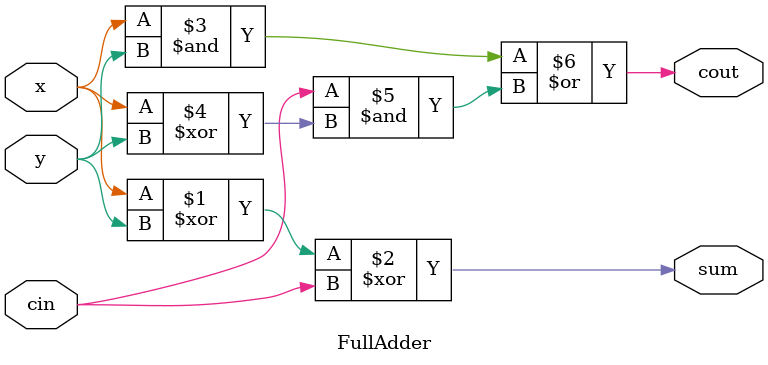
<source format=sv>
module TopModule (
    input  logic [3:0] x,
    input  logic [3:0] y,
    output logic [4:0] sum
);
    logic c1, c2, c3; // Carry bits between full adders
    logic sum0, sum1, sum2, sum3; // Sum outputs from full adders

    // First full adder
    FullAdder FA0 (
        .x(x[0]),
        .y(y[0]),
        .cin(1'b0),
        .sum(sum0),
        .cout(c1)
    );

    // Second full adder
    FullAdder FA1 (
        .x(x[1]),
        .y(y[1]),
        .cin(c1),
        .sum(sum1),
        .cout(c2)
    );

    // Third full adder
    FullAdder FA2 (
        .x(x[2]),
        .y(y[2]),
        .cin(c2),
        .sum(sum2),
        .cout(c3)
    );

    // Fourth full adder
    FullAdder FA3 (
        .x(x[3]),
        .y(y[3]),
        .cin(c3),
        .sum(sum3),
        .cout(sum[4]) // Overflow bit
    );

    // Combine the sum outputs
    assign sum[3:0] = {sum3, sum2, sum1, sum0};

endmodule

module FullAdder (
    input logic x,
    input logic y,
    input logic cin,
    output logic sum,
    output logic cout
);
    assign sum = x ^ y ^ cin;      // Sum is the XOR of x, y, and carry-in
    assign cout = (x & y) | (cin & (x ^ y)); // Carry-out logic
endmodule
</source>
